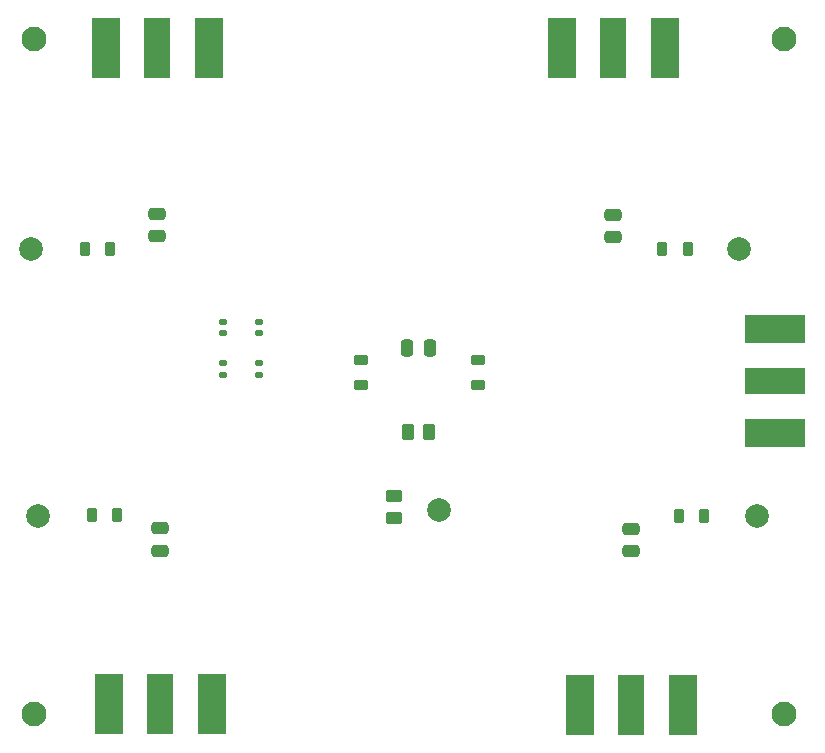
<source format=gbr>
%TF.GenerationSoftware,KiCad,Pcbnew,(5.99.0-13051-g9e760512ac)*%
%TF.CreationDate,2021-12-06T14:56:31+00:00*%
%TF.ProjectId,RF_SWITCH,52465f53-5749-4544-9348-2e6b69636164,rev?*%
%TF.SameCoordinates,Original*%
%TF.FileFunction,Soldermask,Top*%
%TF.FilePolarity,Negative*%
%FSLAX46Y46*%
G04 Gerber Fmt 4.6, Leading zero omitted, Abs format (unit mm)*
G04 Created by KiCad (PCBNEW (5.99.0-13051-g9e760512ac)) date 2021-12-06 14:56:31*
%MOMM*%
%LPD*%
G01*
G04 APERTURE LIST*
G04 Aperture macros list*
%AMRoundRect*
0 Rectangle with rounded corners*
0 $1 Rounding radius*
0 $2 $3 $4 $5 $6 $7 $8 $9 X,Y pos of 4 corners*
0 Add a 4 corners polygon primitive as box body*
4,1,4,$2,$3,$4,$5,$6,$7,$8,$9,$2,$3,0*
0 Add four circle primitives for the rounded corners*
1,1,$1+$1,$2,$3*
1,1,$1+$1,$4,$5*
1,1,$1+$1,$6,$7*
1,1,$1+$1,$8,$9*
0 Add four rect primitives between the rounded corners*
20,1,$1+$1,$2,$3,$4,$5,0*
20,1,$1+$1,$4,$5,$6,$7,0*
20,1,$1+$1,$6,$7,$8,$9,0*
20,1,$1+$1,$8,$9,$2,$3,0*%
G04 Aperture macros list end*
%ADD10C,2.100000*%
%ADD11RoundRect,0.218750X-0.218750X-0.381250X0.218750X-0.381250X0.218750X0.381250X-0.218750X0.381250X0*%
%ADD12C,2.000000*%
%ADD13RoundRect,0.147500X0.172500X-0.147500X0.172500X0.147500X-0.172500X0.147500X-0.172500X-0.147500X0*%
%ADD14R,2.290000X5.080000*%
%ADD15R,2.420000X5.080000*%
%ADD16RoundRect,0.147500X-0.172500X0.147500X-0.172500X-0.147500X0.172500X-0.147500X0.172500X0.147500X0*%
%ADD17RoundRect,0.218750X0.218750X0.381250X-0.218750X0.381250X-0.218750X-0.381250X0.218750X-0.381250X0*%
%ADD18RoundRect,0.218750X-0.381250X0.218750X-0.381250X-0.218750X0.381250X-0.218750X0.381250X0.218750X0*%
%ADD19RoundRect,0.250000X-0.475000X0.250000X-0.475000X-0.250000X0.475000X-0.250000X0.475000X0.250000X0*%
%ADD20R,5.080000X2.290000*%
%ADD21R,5.080000X2.420000*%
%ADD22RoundRect,0.250000X0.475000X-0.250000X0.475000X0.250000X-0.475000X0.250000X-0.475000X-0.250000X0*%
%ADD23RoundRect,0.250000X-0.250000X-0.475000X0.250000X-0.475000X0.250000X0.475000X-0.250000X0.475000X0*%
%ADD24RoundRect,0.218750X0.381250X-0.218750X0.381250X0.218750X-0.381250X0.218750X-0.381250X-0.218750X0*%
%ADD25RoundRect,0.250000X-0.262500X-0.450000X0.262500X-0.450000X0.262500X0.450000X-0.262500X0.450000X0*%
%ADD26RoundRect,0.250000X-0.450000X0.262500X-0.450000X-0.262500X0.450000X-0.262500X0.450000X0.262500X0*%
G04 APERTURE END LIST*
D10*
%TO.C,H2*%
X166116000Y-80772000D03*
%TD*%
D11*
%TO.C,L4*%
X107461500Y-121092000D03*
X109586500Y-121092000D03*
%TD*%
D12*
%TO.C,J1*%
X102362000Y-98552000D03*
%TD*%
D13*
%TO.C,D4*%
X118618000Y-109197000D03*
X118618000Y-108227000D03*
%TD*%
D10*
%TO.C,H3*%
X166116000Y-137922000D03*
%TD*%
D14*
%TO.C,Cox1*%
X113030000Y-81540000D03*
D15*
X117410000Y-81540000D03*
X108650000Y-81540000D03*
%TD*%
D12*
%TO.C,J2*%
X162306000Y-98552000D03*
%TD*%
D16*
%TO.C,D1*%
X118618000Y-104694000D03*
X118618000Y-105664000D03*
%TD*%
D14*
%TO.C,Cox2*%
X151638000Y-81540000D03*
D15*
X156018000Y-81540000D03*
X147258000Y-81540000D03*
%TD*%
D17*
%TO.C,L2*%
X157907500Y-98552000D03*
X155782500Y-98552000D03*
%TD*%
D12*
%TO.C,J3*%
X163830000Y-121158000D03*
%TD*%
D17*
%TO.C,L3*%
X159304500Y-121158000D03*
X157179500Y-121158000D03*
%TD*%
D18*
%TO.C,L6*%
X140208000Y-107903500D03*
X140208000Y-110028500D03*
%TD*%
D11*
%TO.C,L1*%
X106887500Y-98552000D03*
X109012500Y-98552000D03*
%TD*%
D19*
%TO.C,C1*%
X113030000Y-95570000D03*
X113030000Y-97470000D03*
%TD*%
D16*
%TO.C,D2*%
X121666000Y-104694000D03*
X121666000Y-105664000D03*
%TD*%
D12*
%TO.C,J5*%
X136906000Y-120650000D03*
%TD*%
D20*
%TO.C,Cox5*%
X165348000Y-109728000D03*
D21*
X165348000Y-105348000D03*
X165348000Y-114108000D03*
%TD*%
D10*
%TO.C,H1*%
X102616000Y-80772000D03*
%TD*%
D22*
%TO.C,C4*%
X113284000Y-124074000D03*
X113284000Y-122174000D03*
%TD*%
D23*
%TO.C,C5*%
X134178000Y-106934000D03*
X136078000Y-106934000D03*
%TD*%
D19*
%TO.C,C2*%
X151600000Y-95650000D03*
X151600000Y-97550000D03*
%TD*%
D24*
%TO.C,L5*%
X130302000Y-110028500D03*
X130302000Y-107903500D03*
%TD*%
D14*
%TO.C,Cox4*%
X113284000Y-137088000D03*
D15*
X117664000Y-137088000D03*
X108904000Y-137088000D03*
%TD*%
D10*
%TO.C,H4*%
X102616000Y-137922000D03*
%TD*%
D22*
%TO.C,C3*%
X153162000Y-124140000D03*
X153162000Y-122240000D03*
%TD*%
D25*
%TO.C,R6*%
X134215500Y-114046000D03*
X136040500Y-114046000D03*
%TD*%
D14*
%TO.C,Cox3*%
X153162000Y-137154000D03*
D15*
X148782000Y-137154000D03*
X157542000Y-137154000D03*
%TD*%
D12*
%TO.C,J4*%
X102936000Y-121158000D03*
%TD*%
D13*
%TO.C,D3*%
X121666000Y-109174000D03*
X121666000Y-108204000D03*
%TD*%
D26*
%TO.C,R5*%
X133096000Y-119483500D03*
X133096000Y-121308500D03*
%TD*%
M02*

</source>
